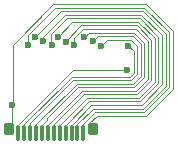
<source format=gbr>
%TF.GenerationSoftware,KiCad,Pcbnew,9.0.1*%
%TF.CreationDate,2025-07-04T15:20:45+02:00*%
%TF.ProjectId,USB_36pinOmnetics_straight,5553425f-3336-4706-996e-4f6d6e657469,rev?*%
%TF.SameCoordinates,Original*%
%TF.FileFunction,Copper,L1,Top*%
%TF.FilePolarity,Positive*%
%FSLAX46Y46*%
G04 Gerber Fmt 4.6, Leading zero omitted, Abs format (unit mm)*
G04 Created by KiCad (PCBNEW 9.0.1) date 2025-07-04 15:20:45*
%MOMM*%
%LPD*%
G01*
G04 APERTURE LIST*
G04 Aperture macros list*
%AMRoundRect*
0 Rectangle with rounded corners*
0 $1 Rounding radius*
0 $2 $3 $4 $5 $6 $7 $8 $9 X,Y pos of 4 corners*
0 Add a 4 corners polygon primitive as box body*
4,1,4,$2,$3,$4,$5,$6,$7,$8,$9,$2,$3,0*
0 Add four circle primitives for the rounded corners*
1,1,$1+$1,$2,$3*
1,1,$1+$1,$4,$5*
1,1,$1+$1,$6,$7*
1,1,$1+$1,$8,$9*
0 Add four rect primitives between the rounded corners*
20,1,$1+$1,$2,$3,$4,$5,0*
20,1,$1+$1,$4,$5,$6,$7,0*
20,1,$1+$1,$6,$7,$8,$9,0*
20,1,$1+$1,$8,$9,$2,$3,0*%
G04 Aperture macros list end*
%TA.AperFunction,SMDPad,CuDef*%
%ADD10RoundRect,0.050000X-0.115000X-0.625000X0.115000X-0.625000X0.115000X0.625000X-0.115000X0.625000X0*%
%TD*%
%TA.AperFunction,SMDPad,CuDef*%
%ADD11RoundRect,0.120000X0.280000X0.415000X-0.280000X0.415000X-0.280000X-0.415000X0.280000X-0.415000X0*%
%TD*%
%TA.AperFunction,SMDPad,CuDef*%
%ADD12RoundRect,0.120000X-0.280000X-0.415000X0.280000X-0.415000X0.280000X0.415000X-0.280000X0.415000X0*%
%TD*%
%TA.AperFunction,ViaPad*%
%ADD13C,0.600000*%
%TD*%
%TA.AperFunction,Conductor*%
%ADD14C,0.100000*%
%TD*%
G04 APERTURE END LIST*
D10*
%TO.P,U1,0,0*%
%TO.N,Net-(J1-Pad2)*%
X132300000Y-103300000D03*
%TO.P,U1,1,1*%
%TO.N,Net-(J1-Pad3)*%
X132800000Y-103300000D03*
%TO.P,U1,2,2*%
%TO.N,Net-(J1-Pad4)*%
X133300000Y-103300000D03*
%TO.P,U1,3,3*%
%TO.N,Net-(J1-Pad5)*%
X133800000Y-103300000D03*
%TO.P,U1,4,4*%
%TO.N,Net-(J1-Pad6)*%
X134300000Y-103300000D03*
%TO.P,U1,5,5*%
%TO.N,Net-(J1-Pad7)*%
X134800000Y-103300000D03*
%TO.P,U1,6,6*%
%TO.N,Net-(J1-Pad8)*%
X135300000Y-103300000D03*
%TO.P,U1,7,7*%
%TO.N,Net-(J1-Pad9)*%
X135800000Y-103300000D03*
%TO.P,U1,8,8*%
%TO.N,Net-(J1-Pad10)*%
X136300000Y-103300000D03*
%TO.P,U1,9,9*%
%TO.N,Net-(J1-Pad11)*%
X136800000Y-103300000D03*
%TO.P,U1,10,10*%
%TO.N,Net-(J1-Pad12)*%
X137300000Y-103300000D03*
%TO.P,U1,11,11*%
%TO.N,Net-(J1-Pad13)*%
X137800000Y-103300000D03*
D11*
%TO.P,U1,24,24*%
%TO.N,GND*%
X131500000Y-102990000D03*
D12*
%TO.P,U1,25,25*%
X138600000Y-102990000D03*
%TD*%
D13*
%TO.N,GND*%
X131750000Y-101000000D03*
%TO.N,Net-(J1-Pad13)*%
X133100000Y-95900000D03*
%TO.N,Net-(J1-Pad12)*%
X133669964Y-95220778D03*
%TO.N,Net-(J1-Pad11)*%
X134406020Y-95534188D03*
%TO.N,Net-(J1-Pad10)*%
X135140250Y-95851852D03*
%TO.N,Net-(J1-Pad9)*%
X135615631Y-95191109D03*
%TO.N,Net-(J1-Pad8)*%
X136304462Y-95597945D03*
%TO.N,Net-(J1-Pad7)*%
X137045250Y-95900000D03*
%TO.N,Net-(J1-Pad6)*%
X137890732Y-95183074D03*
%TO.N,Net-(J1-Pad5)*%
X138589114Y-95573287D03*
%TO.N,Net-(J1-Pad4)*%
X139306614Y-95927118D03*
%TO.N,Net-(J1-Pad3)*%
X141614634Y-95985366D03*
%TO.N,Net-(J1-Pad2)*%
X141500000Y-98000000D03*
%TD*%
D14*
%TO.N,GND*%
X131750000Y-103250000D02*
X131800000Y-103300000D01*
X131750000Y-101000000D02*
X131750000Y-103250000D01*
X131800000Y-100950000D02*
X131750000Y-101000000D01*
X131800000Y-95885832D02*
X131800000Y-100950000D01*
X143089646Y-92424366D02*
X135261466Y-92424366D01*
X145362000Y-94696720D02*
X143089646Y-92424366D01*
X145362000Y-99599690D02*
X145362000Y-94696720D01*
X143099690Y-101862000D02*
X145362000Y-99599690D01*
X138930680Y-101862000D02*
X143099690Y-101862000D01*
X138300000Y-102492680D02*
X138930680Y-101862000D01*
X138300000Y-103300000D02*
X138300000Y-102492680D01*
X135261466Y-92424366D02*
X131800000Y-95885832D01*
%TO.N,Net-(J1-Pad13)*%
X133100000Y-95011510D02*
X133100000Y-95900000D01*
X142964968Y-92725366D02*
X135386144Y-92725366D01*
X145061000Y-94821398D02*
X142964968Y-92725366D01*
X135386144Y-92725366D02*
X133100000Y-95011510D01*
X145061000Y-99475012D02*
X145061000Y-94821398D01*
X142975012Y-101561000D02*
X145061000Y-99475012D01*
X138806002Y-101561000D02*
X142975012Y-101561000D01*
X137800000Y-102567002D02*
X138806002Y-101561000D01*
X137800000Y-103300000D02*
X137800000Y-102567002D01*
%TO.N,Net-(J1-Pad12)*%
X142840290Y-93026366D02*
X135864376Y-93026366D01*
X144760000Y-99350334D02*
X144760000Y-94946076D01*
X135864376Y-93026366D02*
X133669964Y-95220778D01*
X142850334Y-101260000D02*
X144760000Y-99350334D01*
X144760000Y-94946076D02*
X142840290Y-93026366D01*
X137300000Y-102550678D02*
X138590678Y-101260000D01*
X138590678Y-101260000D02*
X142850334Y-101260000D01*
X137300000Y-103300000D02*
X137300000Y-102550678D01*
%TO.N,Net-(J1-Pad11)*%
X134406020Y-95195810D02*
X134406020Y-95534188D01*
X136274464Y-93327366D02*
X134406020Y-95195810D01*
X142715612Y-93327366D02*
X136274464Y-93327366D01*
X144459000Y-99225656D02*
X144459000Y-95070754D01*
X142725656Y-100959000D02*
X144459000Y-99225656D01*
X136800000Y-102625000D02*
X138466000Y-100959000D01*
X138466000Y-100959000D02*
X142725656Y-100959000D01*
X136800000Y-103300000D02*
X136800000Y-102625000D01*
X144459000Y-95070754D02*
X142715612Y-93327366D01*
%TO.N,Net-(J1-Pad10)*%
X135064631Y-95776233D02*
X135140250Y-95851852D01*
X135064631Y-94962877D02*
X135064631Y-95776233D01*
X136399142Y-93628366D02*
X135064631Y-94962877D01*
X142590934Y-93628366D02*
X136399142Y-93628366D01*
X142600978Y-100658000D02*
X144158000Y-99100978D01*
X136300000Y-102625000D02*
X138267000Y-100658000D01*
X144158000Y-99100978D02*
X144158000Y-95195432D01*
X144158000Y-95195432D02*
X142590934Y-93628366D01*
X136300000Y-103300000D02*
X136300000Y-102625000D01*
X138267000Y-100658000D02*
X142600978Y-100658000D01*
%TO.N,Net-(J1-Pad9)*%
X142466256Y-93929366D02*
X136877374Y-93929366D01*
X136877374Y-93929366D02*
X135615631Y-95191109D01*
X143857000Y-95320110D02*
X142466256Y-93929366D01*
X142476300Y-100357000D02*
X143857000Y-98976300D01*
X143857000Y-98976300D02*
X143857000Y-95320110D01*
X138068000Y-100357000D02*
X142476300Y-100357000D01*
X135800000Y-102625000D02*
X138068000Y-100357000D01*
X135800000Y-103300000D02*
X135800000Y-102625000D01*
%TO.N,Net-(J1-Pad8)*%
X136304462Y-95515211D02*
X136304462Y-95597945D01*
X142341578Y-94230366D02*
X137589307Y-94230366D01*
X137589307Y-94230366D02*
X136304462Y-95515211D01*
X143556000Y-98851622D02*
X143556000Y-95444788D01*
X143556000Y-95444788D02*
X142341578Y-94230366D01*
X142351622Y-100056000D02*
X143556000Y-98851622D01*
X135300000Y-102600000D02*
X137844000Y-100056000D01*
X135300000Y-103300000D02*
X135300000Y-102600000D01*
X137844000Y-100056000D02*
X142351622Y-100056000D01*
%TO.N,Net-(J1-Pad7)*%
X137045250Y-95249324D02*
X137045250Y-95900000D01*
X137763208Y-94531366D02*
X137045250Y-95249324D01*
X143255000Y-98726944D02*
X143255000Y-95569466D01*
X142226944Y-99755000D02*
X143255000Y-98726944D01*
X142216900Y-94531366D02*
X137763208Y-94531366D01*
X137670000Y-99755000D02*
X142226944Y-99755000D01*
X143255000Y-95569466D02*
X142216900Y-94531366D01*
X134800000Y-103300000D02*
X134800000Y-102625000D01*
X134800000Y-102625000D02*
X137670000Y-99755000D01*
%TO.N,Net-(J1-Pad6)*%
X138241440Y-94832366D02*
X137890732Y-95183074D01*
X142092222Y-94832366D02*
X138241440Y-94832366D01*
X142102266Y-99454000D02*
X142954000Y-98602266D01*
X142954000Y-95694144D02*
X142092222Y-94832366D01*
X134725000Y-102100678D02*
X137371678Y-99454000D01*
X142954000Y-98602266D02*
X142954000Y-95694144D01*
X134725000Y-102200000D02*
X134725000Y-102100678D01*
X134300000Y-103300000D02*
X134300000Y-102625000D01*
X134300000Y-102625000D02*
X134725000Y-102200000D01*
X137371678Y-99454000D02*
X142102266Y-99454000D01*
%TO.N,Net-(J1-Pad5)*%
X139029035Y-95133366D02*
X138589114Y-95573287D01*
X142653000Y-95818822D02*
X141967544Y-95133366D01*
X142653000Y-98477588D02*
X142653000Y-95818822D01*
X141977588Y-99153000D02*
X142653000Y-98477588D01*
X141967544Y-95133366D02*
X139029035Y-95133366D01*
X137247000Y-99153000D02*
X141977588Y-99153000D01*
X133800000Y-102600000D02*
X137247000Y-99153000D01*
X133800000Y-103300000D02*
X133800000Y-102600000D01*
%TO.N,Net-(J1-Pad4)*%
X141842866Y-95434366D02*
X139799366Y-95434366D01*
X142352000Y-95943500D02*
X141842866Y-95434366D01*
X142352000Y-98352910D02*
X142352000Y-95943500D01*
X136924356Y-98852000D02*
X141852910Y-98852000D01*
X133300000Y-102476356D02*
X136924356Y-98852000D01*
X141852910Y-98852000D02*
X142352000Y-98352910D01*
X139799366Y-95434366D02*
X139306614Y-95927118D01*
X133300000Y-103300000D02*
X133300000Y-102476356D01*
%TO.N,Net-(J1-Pad3)*%
X142051000Y-96421732D02*
X141614634Y-95985366D01*
X136799678Y-98551000D02*
X141728232Y-98551000D01*
X132800000Y-102550678D02*
X136799678Y-98551000D01*
X141728232Y-98551000D02*
X142051000Y-98228232D01*
X142051000Y-98228232D02*
X142051000Y-96421732D01*
X132800000Y-103300000D02*
X132800000Y-102550678D01*
%TO.N,Net-(J1-Pad2)*%
X136925000Y-98000000D02*
X141500000Y-98000000D01*
X132300000Y-102625000D02*
X136925000Y-98000000D01*
X132300000Y-103300000D02*
X132300000Y-102625000D01*
%TO.N,GND*%
X138300000Y-103300000D02*
X138805500Y-102794500D01*
X131800000Y-103300000D02*
X131300000Y-102800000D01*
%TD*%
M02*

</source>
